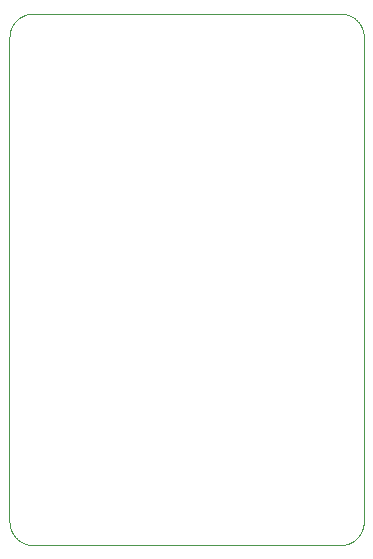
<source format=gbp>
G75*
%MOIN*%
%OFA0B0*%
%FSLAX25Y25*%
%IPPOS*%
%LPD*%
%AMOC8*
5,1,8,0,0,1.08239X$1,22.5*
%
%ADD10C,0.00394*%
D10*
X0033230Y0040429D02*
X0033230Y0201846D01*
X0033232Y0202036D01*
X0033239Y0202226D01*
X0033251Y0202416D01*
X0033267Y0202606D01*
X0033287Y0202795D01*
X0033313Y0202984D01*
X0033342Y0203172D01*
X0033377Y0203359D01*
X0033416Y0203545D01*
X0033459Y0203730D01*
X0033507Y0203915D01*
X0033559Y0204098D01*
X0033615Y0204279D01*
X0033676Y0204459D01*
X0033742Y0204638D01*
X0033811Y0204815D01*
X0033885Y0204991D01*
X0033963Y0205164D01*
X0034046Y0205336D01*
X0034132Y0205505D01*
X0034222Y0205673D01*
X0034317Y0205838D01*
X0034415Y0206001D01*
X0034518Y0206161D01*
X0034624Y0206319D01*
X0034734Y0206474D01*
X0034847Y0206627D01*
X0034965Y0206777D01*
X0035086Y0206923D01*
X0035210Y0207067D01*
X0035338Y0207208D01*
X0035469Y0207346D01*
X0035604Y0207481D01*
X0035742Y0207612D01*
X0035883Y0207740D01*
X0036027Y0207864D01*
X0036173Y0207985D01*
X0036323Y0208103D01*
X0036476Y0208216D01*
X0036631Y0208326D01*
X0036789Y0208432D01*
X0036949Y0208535D01*
X0037112Y0208633D01*
X0037277Y0208728D01*
X0037445Y0208818D01*
X0037614Y0208904D01*
X0037786Y0208987D01*
X0037959Y0209065D01*
X0038135Y0209139D01*
X0038312Y0209208D01*
X0038491Y0209274D01*
X0038671Y0209335D01*
X0038852Y0209391D01*
X0039035Y0209443D01*
X0039220Y0209491D01*
X0039405Y0209534D01*
X0039591Y0209573D01*
X0039778Y0209608D01*
X0039966Y0209637D01*
X0040155Y0209663D01*
X0040344Y0209683D01*
X0040534Y0209699D01*
X0040724Y0209711D01*
X0040914Y0209718D01*
X0041104Y0209720D01*
X0143466Y0209720D01*
X0143656Y0209718D01*
X0143846Y0209711D01*
X0144036Y0209699D01*
X0144226Y0209683D01*
X0144415Y0209663D01*
X0144604Y0209637D01*
X0144792Y0209608D01*
X0144979Y0209573D01*
X0145165Y0209534D01*
X0145350Y0209491D01*
X0145535Y0209443D01*
X0145718Y0209391D01*
X0145899Y0209335D01*
X0146079Y0209274D01*
X0146258Y0209208D01*
X0146435Y0209139D01*
X0146611Y0209065D01*
X0146784Y0208987D01*
X0146956Y0208904D01*
X0147125Y0208818D01*
X0147293Y0208728D01*
X0147458Y0208633D01*
X0147621Y0208535D01*
X0147781Y0208432D01*
X0147939Y0208326D01*
X0148094Y0208216D01*
X0148247Y0208103D01*
X0148397Y0207985D01*
X0148543Y0207864D01*
X0148687Y0207740D01*
X0148828Y0207612D01*
X0148966Y0207481D01*
X0149101Y0207346D01*
X0149232Y0207208D01*
X0149360Y0207067D01*
X0149484Y0206923D01*
X0149605Y0206777D01*
X0149723Y0206627D01*
X0149836Y0206474D01*
X0149946Y0206319D01*
X0150052Y0206161D01*
X0150155Y0206001D01*
X0150253Y0205838D01*
X0150348Y0205673D01*
X0150438Y0205505D01*
X0150524Y0205336D01*
X0150607Y0205164D01*
X0150685Y0204991D01*
X0150759Y0204815D01*
X0150828Y0204638D01*
X0150894Y0204459D01*
X0150955Y0204279D01*
X0151011Y0204098D01*
X0151063Y0203915D01*
X0151111Y0203730D01*
X0151154Y0203545D01*
X0151193Y0203359D01*
X0151228Y0203172D01*
X0151257Y0202984D01*
X0151283Y0202795D01*
X0151303Y0202606D01*
X0151319Y0202416D01*
X0151331Y0202226D01*
X0151338Y0202036D01*
X0151340Y0201846D01*
X0151340Y0040429D01*
X0151338Y0040239D01*
X0151331Y0040049D01*
X0151319Y0039859D01*
X0151303Y0039669D01*
X0151283Y0039480D01*
X0151257Y0039291D01*
X0151228Y0039103D01*
X0151193Y0038916D01*
X0151154Y0038730D01*
X0151111Y0038545D01*
X0151063Y0038360D01*
X0151011Y0038177D01*
X0150955Y0037996D01*
X0150894Y0037816D01*
X0150828Y0037637D01*
X0150759Y0037460D01*
X0150685Y0037284D01*
X0150607Y0037111D01*
X0150524Y0036939D01*
X0150438Y0036770D01*
X0150348Y0036602D01*
X0150253Y0036437D01*
X0150155Y0036274D01*
X0150052Y0036114D01*
X0149946Y0035956D01*
X0149836Y0035801D01*
X0149723Y0035648D01*
X0149605Y0035498D01*
X0149484Y0035352D01*
X0149360Y0035208D01*
X0149232Y0035067D01*
X0149101Y0034929D01*
X0148966Y0034794D01*
X0148828Y0034663D01*
X0148687Y0034535D01*
X0148543Y0034411D01*
X0148397Y0034290D01*
X0148247Y0034172D01*
X0148094Y0034059D01*
X0147939Y0033949D01*
X0147781Y0033843D01*
X0147621Y0033740D01*
X0147458Y0033642D01*
X0147293Y0033547D01*
X0147125Y0033457D01*
X0146956Y0033371D01*
X0146784Y0033288D01*
X0146611Y0033210D01*
X0146435Y0033136D01*
X0146258Y0033067D01*
X0146079Y0033001D01*
X0145899Y0032940D01*
X0145718Y0032884D01*
X0145535Y0032832D01*
X0145350Y0032784D01*
X0145165Y0032741D01*
X0144979Y0032702D01*
X0144792Y0032667D01*
X0144604Y0032638D01*
X0144415Y0032612D01*
X0144226Y0032592D01*
X0144036Y0032576D01*
X0143846Y0032564D01*
X0143656Y0032557D01*
X0143466Y0032555D01*
X0041104Y0032555D01*
X0040914Y0032557D01*
X0040724Y0032564D01*
X0040534Y0032576D01*
X0040344Y0032592D01*
X0040155Y0032612D01*
X0039966Y0032638D01*
X0039778Y0032667D01*
X0039591Y0032702D01*
X0039405Y0032741D01*
X0039220Y0032784D01*
X0039035Y0032832D01*
X0038852Y0032884D01*
X0038671Y0032940D01*
X0038491Y0033001D01*
X0038312Y0033067D01*
X0038135Y0033136D01*
X0037959Y0033210D01*
X0037786Y0033288D01*
X0037614Y0033371D01*
X0037445Y0033457D01*
X0037277Y0033547D01*
X0037112Y0033642D01*
X0036949Y0033740D01*
X0036789Y0033843D01*
X0036631Y0033949D01*
X0036476Y0034059D01*
X0036323Y0034172D01*
X0036173Y0034290D01*
X0036027Y0034411D01*
X0035883Y0034535D01*
X0035742Y0034663D01*
X0035604Y0034794D01*
X0035469Y0034929D01*
X0035338Y0035067D01*
X0035210Y0035208D01*
X0035086Y0035352D01*
X0034965Y0035498D01*
X0034847Y0035648D01*
X0034734Y0035801D01*
X0034624Y0035956D01*
X0034518Y0036114D01*
X0034415Y0036274D01*
X0034317Y0036437D01*
X0034222Y0036602D01*
X0034132Y0036770D01*
X0034046Y0036939D01*
X0033963Y0037111D01*
X0033885Y0037284D01*
X0033811Y0037460D01*
X0033742Y0037637D01*
X0033676Y0037816D01*
X0033615Y0037996D01*
X0033559Y0038177D01*
X0033507Y0038360D01*
X0033459Y0038545D01*
X0033416Y0038730D01*
X0033377Y0038916D01*
X0033342Y0039103D01*
X0033313Y0039291D01*
X0033287Y0039480D01*
X0033267Y0039669D01*
X0033251Y0039859D01*
X0033239Y0040049D01*
X0033232Y0040239D01*
X0033230Y0040429D01*
M02*

</source>
